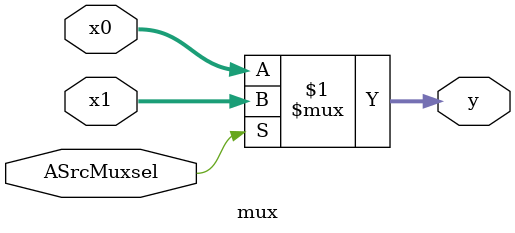
<source format=sv>
`timescale 1ns / 1ps

module DataPath_0 (
    input  logic       clk,
    input  logic       reset,
    input  logic       ASrcMuxsel,
    input  logic       AEn,
    output logic       ALt10,
    input  logic       OutBuf,
    output logic [7:0] outPort
);
    wire [7:0] y;
    wire [7:0] q;
    wire [7:0] sum;

    assign  outPort = OutBuf ? q : 8'hzz;
    
    mux U_Mux (
        .ASrcMuxsel(ASrcMuxsel),
        .x0(8'd0),
        .x1(sum),
        .y(y)
    );

    register U_Register (
        .clk(clk),
        .reset(reset),
        .en(AEn),
        .d(y),
        .q(q)
    );

    comparator U_Comparator (
        .a(q),
        .b(8'd10), //10
        .lt(ALt10)
    );

    adder U_Adder (
        .a(q),
        .b(8'd1),
        .sum(sum)
    );

    
endmodule

module register (
    input logic       clk,
    input logic       reset,
    input logic       en,
    input logic [7:0] d,
    output logic [7:0] q
);
    always_ff @(posedge clk, posedge reset) begin
        if (reset) begin
            q <= 0;
        end else begin
            if (en) begin
                q <= d;
            end
        end
    end
endmodule

module adder (
    input  logic [7:0] a,
    input  logic [7:0] b,
    output logic [7:0] sum
);
    assign sum = a + b;
endmodule

module comparator (
    input logic [7:0] a,
    input logic [7:0] b,
    output logic lt
);
    assign lt = (a < b) ? 1 : 0;
endmodule

module mux (
    input logic ASrcMuxsel,
    input logic [7:0] x0,
    input logic [7:0] x1,
    output logic [7:0] y
);
    assign y = ASrcMuxsel ? x1 : x0;

endmodule

</source>
